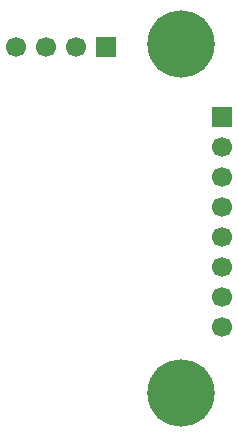
<source format=gbr>
%TF.GenerationSoftware,KiCad,Pcbnew,9.0.6*%
%TF.CreationDate,2026-01-27T05:52:47-03:00*%
%TF.ProjectId,evasion_sensor,65766173-696f-46e5-9f73-656e736f722e,rev?*%
%TF.SameCoordinates,Original*%
%TF.FileFunction,Soldermask,Bot*%
%TF.FilePolarity,Negative*%
%FSLAX46Y46*%
G04 Gerber Fmt 4.6, Leading zero omitted, Abs format (unit mm)*
G04 Created by KiCad (PCBNEW 9.0.6) date 2026-01-27 05:52:47*
%MOMM*%
%LPD*%
G01*
G04 APERTURE LIST*
%ADD10R,1.700000X1.700000*%
%ADD11C,1.700000*%
%ADD12C,5.700000*%
G04 APERTURE END LIST*
D10*
%TO.C,J1*%
X203130000Y-64740000D03*
D11*
X203130000Y-67280000D03*
X203130000Y-69820000D03*
X203130000Y-72360000D03*
X203130000Y-74900000D03*
X203130000Y-77440000D03*
X203130000Y-79980000D03*
X203130000Y-82520000D03*
%TD*%
D10*
%TO.C,J2*%
X193250000Y-58830000D03*
D11*
X190710000Y-58830000D03*
X188170000Y-58830000D03*
X185630000Y-58830000D03*
%TD*%
D12*
%TO.C,H1*%
X199610000Y-58550000D03*
%TD*%
%TO.C,H2*%
X199610000Y-88080000D03*
%TD*%
M02*

</source>
